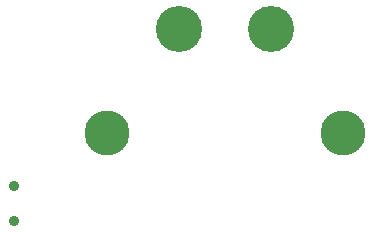
<source format=gbr>
%TF.GenerationSoftware,KiCad,Pcbnew,7.0.1*%
%TF.CreationDate,2023-03-29T13:12:42+01:00*%
%TF.ProjectId,LedBoard,4c656442-6f61-4726-942e-6b696361645f,rev?*%
%TF.SameCoordinates,Original*%
%TF.FileFunction,Soldermask,Bot*%
%TF.FilePolarity,Negative*%
%FSLAX46Y46*%
G04 Gerber Fmt 4.6, Leading zero omitted, Abs format (unit mm)*
G04 Created by KiCad (PCBNEW 7.0.1) date 2023-03-29 13:12:42*
%MOMM*%
%LPD*%
G01*
G04 APERTURE LIST*
%ADD10C,3.810000*%
%ADD11C,0.910000*%
%ADD12O,3.910000X3.910000*%
%ADD13C,3.910000*%
G04 APERTURE END LIST*
D10*
%TO.C,H1*%
X80000000Y-31000000D03*
%TD*%
D11*
%TO.C,SW1*%
X72145000Y-35500000D03*
X72145000Y-38500000D03*
%TD*%
D12*
%TO.C,J1*%
X86100000Y-22200000D03*
D13*
X93900000Y-22200000D03*
%TD*%
D10*
%TO.C,H2*%
X100000000Y-31000000D03*
%TD*%
M02*

</source>
